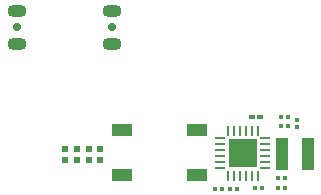
<source format=gbr>
%TF.GenerationSoftware,Altium Limited,Altium Designer,23.10.1 (27)*%
G04 Layer_Color=255*
%FSLAX45Y45*%
%MOMM*%
%TF.SameCoordinates,C732C167-A78C-4608-B65C-7F4C8643914A*%
%TF.FilePolarity,Positive*%
%TF.FileFunction,Pads,Top*%
%TF.Part,Single*%
G01*
G75*
%TA.AperFunction,SMDPad,CuDef*%
%ADD11R,1.70000X1.00000*%
%ADD12O,0.25000X0.85000*%
%ADD13O,0.85000X0.25000*%
%ADD14R,2.45000X2.45000*%
%ADD15R,0.30000X0.30000*%
%ADD16R,1.00000X2.70000*%
%ADD17R,0.50000X0.45000*%
G04:AMPARAMS|DCode=18|XSize=0.55mm|YSize=0.5mm|CornerRadius=0.0625mm|HoleSize=0mm|Usage=FLASHONLY|Rotation=0.000|XOffset=0mm|YOffset=0mm|HoleType=Round|Shape=RoundedRectangle|*
%AMROUNDEDRECTD18*
21,1,0.55000,0.37500,0,0,0.0*
21,1,0.42500,0.50000,0,0,0.0*
1,1,0.12500,0.21250,-0.18750*
1,1,0.12500,-0.21250,-0.18750*
1,1,0.12500,-0.21250,0.18750*
1,1,0.12500,0.21250,0.18750*
%
%ADD18ROUNDEDRECTD18*%
%ADD19R,0.30000X0.30000*%
%TA.AperFunction,ComponentPad*%
%ADD22O,1.60000X1.10000*%
%ADD23C,0.71000*%
D11*
X29012698Y2464500D02*
D03*
X28382700D02*
D03*
X29012698Y2084500D02*
D03*
X28382700D02*
D03*
D12*
X29529001Y2458800D02*
D03*
X29479001D02*
D03*
X29429001D02*
D03*
X29379001D02*
D03*
X29329001D02*
D03*
X29279001D02*
D03*
Y2078800D02*
D03*
X29329001D02*
D03*
X29379001D02*
D03*
X29429001D02*
D03*
X29479001D02*
D03*
X29529001D02*
D03*
D13*
X29214001Y2393800D02*
D03*
Y2343800D02*
D03*
Y2293800D02*
D03*
Y2243800D02*
D03*
Y2193800D02*
D03*
Y2143800D02*
D03*
X29594000D02*
D03*
Y2193800D02*
D03*
Y2243800D02*
D03*
Y2293800D02*
D03*
Y2343800D02*
D03*
Y2393800D02*
D03*
D14*
X29404001Y2268800D02*
D03*
D15*
X29783701Y2496500D02*
D03*
X29723700D02*
D03*
X29702701Y1975500D02*
D03*
X29762701D02*
D03*
X29702701Y2057500D02*
D03*
X29762701D02*
D03*
X29503699Y1971500D02*
D03*
X29563699D02*
D03*
X29296600Y1969100D02*
D03*
X29356601D02*
D03*
X29225400Y1968800D02*
D03*
X29165399D02*
D03*
X29785699Y2577500D02*
D03*
X29725699D02*
D03*
D16*
X29952701Y2260500D02*
D03*
X29732700D02*
D03*
D17*
X29477701Y2571300D02*
D03*
X29552701D02*
D03*
D18*
X27897699Y2213500D02*
D03*
Y2304500D02*
D03*
X28097699Y2213500D02*
D03*
Y2304500D02*
D03*
X27997699Y2213500D02*
D03*
Y2304500D02*
D03*
X28197699Y2213500D02*
D03*
Y2304500D02*
D03*
D19*
X29859698Y2553500D02*
D03*
Y2493500D02*
D03*
D22*
X27492700Y3476000D02*
D03*
Y3190000D02*
D03*
X28292700D02*
D03*
Y3476000D02*
D03*
D23*
X27492700Y3333000D02*
D03*
X28292700D02*
D03*
%TF.MD5,6657dcf3754397d7463e2c5c41316205*%
M02*

</source>
